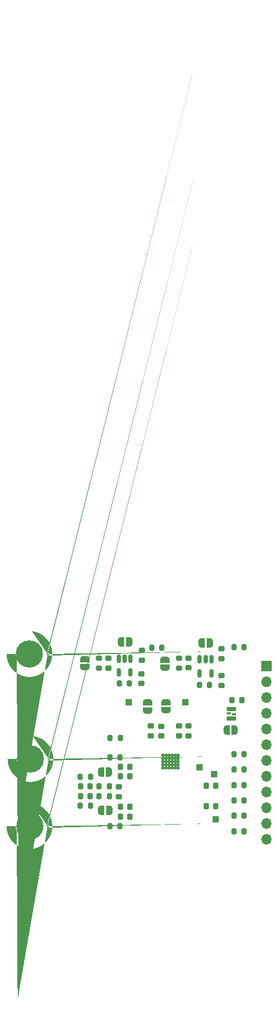
<source format=gbr>
%TF.GenerationSoftware,KiCad,Pcbnew,8.0.4*%
%TF.CreationDate,2024-08-13T22:52:30+08:00*%
%TF.ProjectId,MAX30001_MINI,4d415833-3030-4303-915f-4d494e492e6b,rev?*%
%TF.SameCoordinates,Original*%
%TF.FileFunction,Soldermask,Top*%
%TF.FilePolarity,Negative*%
%FSLAX46Y46*%
G04 Gerber Fmt 4.6, Leading zero omitted, Abs format (unit mm)*
G04 Created by KiCad (PCBNEW 8.0.4) date 2024-08-13 22:52:30*
%MOMM*%
%LPD*%
G01*
G04 APERTURE LIST*
G04 Aperture macros list*
%AMRoundRect*
0 Rectangle with rounded corners*
0 $1 Rounding radius*
0 $2 $3 $4 $5 $6 $7 $8 $9 X,Y pos of 4 corners*
0 Add a 4 corners polygon primitive as box body*
4,1,4,$2,$3,$4,$5,$6,$7,$8,$9,$2,$3,0*
0 Add four circle primitives for the rounded corners*
1,1,$1+$1,$2,$3*
1,1,$1+$1,$4,$5*
1,1,$1+$1,$6,$7*
1,1,$1+$1,$8,$9*
0 Add four rect primitives between the rounded corners*
20,1,$1+$1,$2,$3,$4,$5,0*
20,1,$1+$1,$4,$5,$6,$7,0*
20,1,$1+$1,$6,$7,$8,$9,0*
20,1,$1+$1,$8,$9,$2,$3,0*%
%AMFreePoly0*
4,1,111,-2.563245,3.679731,-2.180727,3.619146,-1.806637,3.518909,-1.445074,3.380118,-1.100000,3.204294,-0.775195,2.993363,-0.474217,2.749636,-0.200364,2.475783,0.043363,2.174805,0.254294,1.850000,0.430118,1.504926,0.568909,1.143363,0.669146,0.769273,0.729731,0.386755,0.750000,0.000000,0.729731,-0.386755,0.669146,-0.769273,0.568909,-1.143363,0.430118,-1.504926,0.254294,-1.850000,
0.043363,-2.174805,-0.200364,-2.475783,-0.474217,-2.749636,-0.775195,-2.993363,-1.100000,-3.204294,-1.445074,-3.380118,-1.806637,-3.518909,-2.180727,-3.619146,-2.563245,-3.679731,-2.950000,-3.700000,-3.336755,-3.679731,-3.719273,-3.619146,-4.093363,-3.518909,-4.454926,-3.380118,-4.800000,-3.204294,-5.124805,-2.993363,-5.425783,-2.749636,-5.699636,-2.475783,-5.943363,-2.174805,-6.154294,-1.850000,
-6.330118,-1.504926,-6.468909,-1.143363,-6.569146,-0.769273,-6.629731,-0.386755,-6.650000,0.000000,-5.154720,0.000000,-5.135858,-0.287774,-5.079596,-0.570624,-4.986896,-0.843710,-4.859344,-1.102360,-4.699122,-1.342148,-4.508972,-1.558972,-4.292148,-1.749122,-4.052360,-1.909344,-3.793710,-2.036896,-3.520624,-2.129596,-3.237774,-2.185858,-2.950000,-2.204720,-2.662226,-2.185858,-2.379376,-2.129596,
-2.106290,-2.036896,-1.847640,-1.909344,-1.607852,-1.749122,-1.391028,-1.558972,-1.200878,-1.342148,-1.040656,-1.102360,-0.913104,-0.843710,-0.820404,-0.570624,-0.764142,-0.287774,-0.745280,0.000000,-0.764142,0.287774,-0.820404,0.570624,-0.913104,0.843710,-1.040656,1.102360,-1.200878,1.342148,-1.391028,1.558972,-1.607852,1.749122,-1.847640,1.909344,-2.106290,2.036896,-2.379376,2.129596,
-2.662226,2.185858,-2.950000,2.204720,-3.237774,2.185858,-3.520624,2.129596,-3.793710,2.036896,-4.052360,1.909344,-4.292148,1.749122,-4.508972,1.558972,-4.699122,1.342148,-4.859344,1.102360,-4.986896,0.843710,-5.079596,0.570624,-5.135858,0.287774,-5.154720,0.000000,-6.650000,0.000000,-6.629731,0.386755,-6.569146,0.769273,-6.468909,1.143363,-6.330118,1.504926,-6.154294,1.850000,
-5.943363,2.174805,-5.699636,2.475783,-5.425783,2.749636,-5.124805,2.993363,-4.800000,3.204294,-4.454926,3.380118,-4.093363,3.518909,-3.719273,3.619146,-3.336755,3.679731,-2.950000,3.700000,-2.563245,3.679731,-2.563245,3.679731,$1*%
%AMFreePoly1*
4,1,19,0.500000,-0.750000,0.000000,-0.750000,0.000000,-0.744911,-0.071157,-0.744911,-0.207708,-0.704816,-0.327430,-0.627875,-0.420627,-0.520320,-0.479746,-0.390866,-0.500000,-0.250000,-0.500000,0.250000,-0.479746,0.390866,-0.420627,0.520320,-0.327430,0.627875,-0.207708,0.704816,-0.071157,0.744911,0.000000,0.744911,0.000000,0.750000,0.500000,0.750000,0.500000,-0.750000,0.500000,-0.750000,
$1*%
%AMFreePoly2*
4,1,19,0.000000,0.744911,0.071157,0.744911,0.207708,0.704816,0.327430,0.627875,0.420627,0.520320,0.479746,0.390866,0.500000,0.250000,0.500000,-0.250000,0.479746,-0.390866,0.420627,-0.520320,0.327430,-0.627875,0.207708,-0.704816,0.071157,-0.744911,0.000000,-0.744911,0.000000,-0.750000,-0.500000,-0.750000,-0.500000,0.750000,0.000000,0.750000,0.000000,0.744911,0.000000,0.744911,
$1*%
G04 Aperture macros list end*
%ADD10RoundRect,0.225000X-0.225000X-0.250000X0.225000X-0.250000X0.225000X0.250000X-0.225000X0.250000X0*%
%ADD11RoundRect,0.225000X0.250000X-0.225000X0.250000X0.225000X-0.250000X0.225000X-0.250000X-0.225000X0*%
%ADD12R,1.000000X1.000000*%
%ADD13C,0.554000*%
%ADD14RoundRect,0.102000X-0.700000X0.200000X-0.700000X-0.200000X0.700000X-0.200000X0.700000X0.200000X0*%
%ADD15RoundRect,0.102000X-0.250000X0.100000X-0.250000X-0.100000X0.250000X-0.100000X0.250000X0.100000X0*%
%ADD16C,4.400000*%
%ADD17FreePoly0,0.000000*%
%ADD18RoundRect,0.200000X-0.200000X-0.275000X0.200000X-0.275000X0.200000X0.275000X-0.200000X0.275000X0*%
%ADD19RoundRect,0.200000X0.275000X-0.200000X0.275000X0.200000X-0.275000X0.200000X-0.275000X-0.200000X0*%
%ADD20R,1.700000X1.700000*%
%ADD21O,1.700000X1.700000*%
%ADD22RoundRect,0.200000X0.200000X0.275000X-0.200000X0.275000X-0.200000X-0.275000X0.200000X-0.275000X0*%
%ADD23FreePoly1,180.000000*%
%ADD24FreePoly2,180.000000*%
%ADD25RoundRect,0.150000X-0.150000X0.512500X-0.150000X-0.512500X0.150000X-0.512500X0.150000X0.512500X0*%
%ADD26FreePoly1,0.000000*%
%ADD27FreePoly2,0.000000*%
%ADD28FreePoly1,270.000000*%
%ADD29FreePoly2,270.000000*%
%ADD30RoundRect,0.225000X-0.250000X0.225000X-0.250000X-0.225000X0.250000X-0.225000X0.250000X0.225000X0*%
%ADD31RoundRect,0.225000X0.225000X0.250000X-0.225000X0.250000X-0.225000X-0.250000X0.225000X-0.250000X0*%
G04 APERTURE END LIST*
D10*
%TO.C,C25*%
X177164400Y-125933200D03*
X178714400Y-125933200D03*
%TD*%
D11*
%TO.C,C1*%
X183757000Y-120939000D03*
X183757000Y-119389000D03*
%TD*%
D12*
%TO.C,TP3*%
X192582800Y-134416800D03*
%TD*%
D11*
%TO.C,C6*%
X186690000Y-120930000D03*
X186690000Y-119380000D03*
%TD*%
%TO.C,C20*%
X176936681Y-129184681D03*
X176936681Y-130734681D03*
%TD*%
D13*
%TO.C,U2*%
X186539000Y-126111000D03*
X186039000Y-126111000D03*
X185539000Y-126111000D03*
X185039000Y-126111000D03*
X184539000Y-126111000D03*
X184039000Y-126111000D03*
X186539000Y-125611000D03*
X186039000Y-125611000D03*
X185539000Y-125611000D03*
X185039000Y-125611000D03*
X184539000Y-125611000D03*
X184039000Y-125611000D03*
X186539000Y-125111000D03*
X186039000Y-125111000D03*
X185539000Y-125111000D03*
X185039000Y-125111000D03*
X184539000Y-125111000D03*
X184039000Y-125111000D03*
X186539000Y-124611000D03*
X186039000Y-124611000D03*
X185539000Y-124611000D03*
X185039000Y-124611000D03*
X184539000Y-124611000D03*
X184039000Y-124611000D03*
X186539000Y-124111000D03*
X186039000Y-124111000D03*
X185539000Y-124111000D03*
X185039000Y-124111000D03*
X184539000Y-124111000D03*
X184039000Y-124111000D03*
%TD*%
D14*
%TO.C,U4*%
X195133200Y-116600000D03*
D15*
X194683200Y-117300000D03*
D14*
X195133200Y-118200000D03*
D15*
X195583200Y-117500000D03*
%TD*%
D16*
%TO.C,J1*%
X162500000Y-135500000D03*
D17*
X165450000Y-135500000D03*
%TD*%
D18*
%TO.C,R7*%
X195517000Y-128879600D03*
X197167000Y-128879600D03*
%TD*%
D10*
%TO.C,C19*%
X195249200Y-115163600D03*
X196799200Y-115163600D03*
%TD*%
D19*
%TO.C,R10*%
X173736000Y-110045000D03*
X173736000Y-108395000D03*
%TD*%
D12*
%TO.C,TP4*%
X192379600Y-127152400D03*
%TD*%
D20*
%TO.C,J4*%
X200787000Y-109728000D03*
D21*
X200787000Y-112268000D03*
X200787000Y-114808000D03*
X200787000Y-117348000D03*
X200787000Y-119888000D03*
X200787000Y-122428000D03*
X200787000Y-124968000D03*
X200787000Y-127508000D03*
X200787000Y-130048000D03*
X200787000Y-132588000D03*
X200787000Y-135128000D03*
X200787000Y-137668000D03*
%TD*%
D22*
%TO.C,R15*%
X175399481Y-129108481D03*
X173749481Y-129108481D03*
%TD*%
%TO.C,FB1*%
X197167000Y-106629200D03*
X195517000Y-106629200D03*
%TD*%
%TO.C,R5*%
X178625000Y-112522000D03*
X176975000Y-112522000D03*
%TD*%
D23*
%TO.C,JP7*%
X175361600Y-126796800D03*
D24*
X174061600Y-126796800D03*
%TD*%
D22*
%TO.C,R17*%
X177139600Y-135483600D03*
X175489600Y-135483600D03*
%TD*%
%TO.C,R18*%
X175451000Y-124409200D03*
X177101000Y-124409200D03*
%TD*%
D11*
%TO.C,C5*%
X188214000Y-120930000D03*
X188214000Y-119380000D03*
%TD*%
D25*
%TO.C,U1*%
X191897000Y-108596000D03*
X190947000Y-108596000D03*
X189997000Y-108596000D03*
X189997000Y-110871000D03*
X191897000Y-110871000D03*
%TD*%
D26*
%TO.C,JP5*%
X174091600Y-132943600D03*
D27*
X175391600Y-132943600D03*
%TD*%
D22*
%TO.C,R1*%
X191579000Y-112776000D03*
X189929000Y-112776000D03*
%TD*%
D18*
%TO.C,R12*%
X195517000Y-136347200D03*
X197167000Y-136347200D03*
%TD*%
D10*
%TO.C,C23*%
X177164400Y-133959600D03*
X178714400Y-133959600D03*
%TD*%
%TO.C,C18*%
X170738481Y-130683281D03*
X172288481Y-130683281D03*
%TD*%
D25*
%TO.C,U3*%
X178826000Y-108469000D03*
X177876000Y-108469000D03*
X176926000Y-108469000D03*
X176926000Y-110744000D03*
X178826000Y-110744000D03*
%TD*%
D10*
%TO.C,C22*%
X177164400Y-127508000D03*
X178714400Y-127508000D03*
%TD*%
D11*
%TO.C,C7*%
X188214000Y-109982000D03*
X188214000Y-108432000D03*
%TD*%
D16*
%TO.C,J2*%
X162661600Y-124714000D03*
D17*
X165611600Y-124714000D03*
%TD*%
D12*
%TO.C,TP1*%
X187706000Y-115570000D03*
%TD*%
D11*
%TO.C,C2*%
X182106000Y-120926000D03*
X182106000Y-119376000D03*
%TD*%
D18*
%TO.C,R9*%
X195517000Y-133858000D03*
X197167000Y-133858000D03*
%TD*%
D28*
%TO.C,JP8*%
X184531000Y-115540000D03*
D29*
X184531000Y-116840000D03*
%TD*%
D17*
%TO.C,J3*%
X165433519Y-107771919D03*
D16*
X162483519Y-107771919D03*
%TD*%
D22*
%TO.C,R13*%
X173737281Y-130683281D03*
X175387281Y-130683281D03*
%TD*%
D30*
%TO.C,C4*%
X193548000Y-106934000D03*
X193548000Y-108484000D03*
%TD*%
%TO.C,C15*%
X180665000Y-107188000D03*
X180665000Y-108738000D03*
%TD*%
D12*
%TO.C,TP2*%
X190000000Y-126034800D03*
%TD*%
D28*
%TO.C,JP9*%
X181610000Y-115555000D03*
D29*
X181610000Y-116855000D03*
%TD*%
D11*
%TO.C,C3*%
X193548000Y-112789000D03*
X193548000Y-111239000D03*
%TD*%
D18*
%TO.C,R16*%
X172339281Y-127584481D03*
X170689281Y-127584481D03*
%TD*%
D22*
%TO.C,R3*%
X177151800Y-121259600D03*
X175501800Y-121259600D03*
%TD*%
D11*
%TO.C,C14*%
X180594000Y-112522000D03*
X180594000Y-110972000D03*
%TD*%
D23*
%TO.C,JP1*%
X191645500Y-106002000D03*
D24*
X190345500Y-106002000D03*
%TD*%
D10*
%TO.C,C9*%
X192595800Y-129032000D03*
X191045800Y-129032000D03*
%TD*%
D28*
%TO.C,JP4*%
X171450000Y-108570000D03*
D29*
X171450000Y-109870000D03*
%TD*%
D10*
%TO.C,C8*%
X191045800Y-132334000D03*
X192595800Y-132334000D03*
%TD*%
D23*
%TO.C,JP3*%
X178592000Y-105791000D03*
D24*
X177292000Y-105791000D03*
%TD*%
D23*
%TO.C,JP6*%
X195650000Y-120000000D03*
D24*
X194350000Y-120000000D03*
%TD*%
D28*
%TO.C,JP2*%
X184404000Y-108682000D03*
D29*
X184404000Y-109982000D03*
%TD*%
D12*
%TO.C,TP5*%
X178562000Y-115570000D03*
%TD*%
D18*
%TO.C,R8*%
X195517000Y-131368800D03*
X197167000Y-131368800D03*
%TD*%
D22*
%TO.C,FB2*%
X183908200Y-106730800D03*
X182258200Y-106730800D03*
%TD*%
D11*
%TO.C,C16*%
X175260000Y-109995000D03*
X175260000Y-108445000D03*
%TD*%
D22*
%TO.C,R14*%
X172339281Y-132207281D03*
X170689281Y-132207281D03*
%TD*%
D19*
%TO.C,R2*%
X186690000Y-110045000D03*
X186690000Y-108395000D03*
%TD*%
D18*
%TO.C,R4*%
X195517000Y-123901200D03*
X197167000Y-123901200D03*
%TD*%
D10*
%TO.C,C17*%
X177177400Y-132384800D03*
X178727400Y-132384800D03*
%TD*%
D31*
%TO.C,C21*%
X172288481Y-129108481D03*
X170738481Y-129108481D03*
%TD*%
D18*
%TO.C,R6*%
X195517000Y-126390400D03*
X197167000Y-126390400D03*
%TD*%
M02*

</source>
